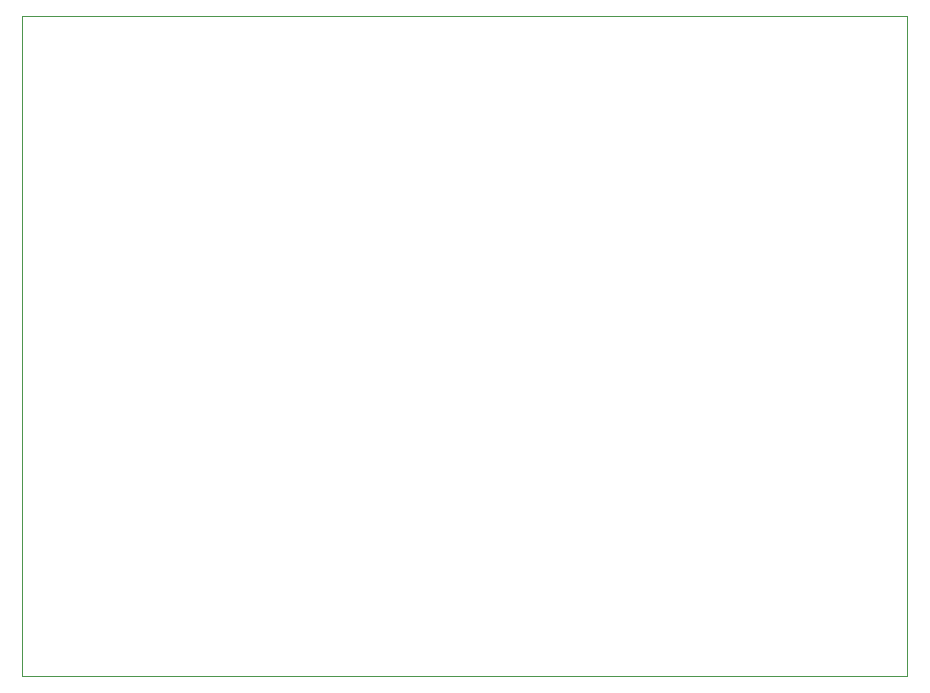
<source format=gm1>
G04 #@! TF.GenerationSoftware,KiCad,Pcbnew,(5.1.6)-1*
G04 #@! TF.CreationDate,2021-05-11T11:26:14+01:00*
G04 #@! TF.ProjectId,cpu_exp_65xx_6x09,6370755f-6578-4705-9f36-3578785f3678,3.01*
G04 #@! TF.SameCoordinates,Original*
G04 #@! TF.FileFunction,Profile,NP*
%FSLAX46Y46*%
G04 Gerber Fmt 4.6, Leading zero omitted, Abs format (unit mm)*
G04 Created by KiCad (PCBNEW (5.1.6)-1) date 2021-05-11 11:26:14*
%MOMM*%
%LPD*%
G01*
G04 APERTURE LIST*
G04 #@! TA.AperFunction,Profile*
%ADD10C,0.050000*%
G04 #@! TD*
G04 APERTURE END LIST*
D10*
X88265000Y-27940000D02*
X88265000Y-83820000D01*
X163195000Y-27940000D02*
X88265000Y-27940000D01*
X163195000Y-83820000D02*
X163195000Y-27940000D01*
X88265000Y-83820000D02*
X163195000Y-83820000D01*
M02*

</source>
